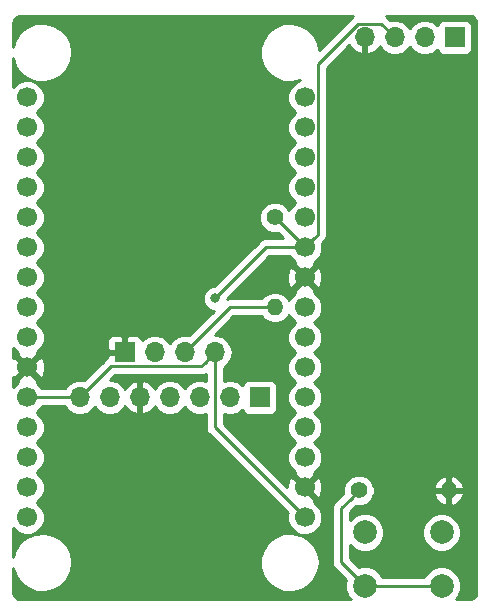
<source format=gbr>
G04 #@! TF.GenerationSoftware,KiCad,Pcbnew,5.0.2-bee76a0~70~ubuntu18.04.1*
G04 #@! TF.CreationDate,2020-05-13T22:21:42-07:00*
G04 #@! TF.ProjectId,pcb,7063622e-6b69-4636-9164-5f7063625858,rev?*
G04 #@! TF.SameCoordinates,Original*
G04 #@! TF.FileFunction,Copper,L1,Top*
G04 #@! TF.FilePolarity,Positive*
%FSLAX46Y46*%
G04 Gerber Fmt 4.6, Leading zero omitted, Abs format (unit mm)*
G04 Created by KiCad (PCBNEW 5.0.2-bee76a0~70~ubuntu18.04.1) date Wed 13 May 2020 10:21:42 PM PDT*
%MOMM*%
%LPD*%
G01*
G04 APERTURE LIST*
G04 #@! TA.AperFunction,ComponentPad*
%ADD10C,1.700000*%
G04 #@! TD*
G04 #@! TA.AperFunction,ComponentPad*
%ADD11O,1.700000X1.700000*%
G04 #@! TD*
G04 #@! TA.AperFunction,ComponentPad*
%ADD12R,1.700000X1.700000*%
G04 #@! TD*
G04 #@! TA.AperFunction,ComponentPad*
%ADD13C,2.000000*%
G04 #@! TD*
G04 #@! TA.AperFunction,ComponentPad*
%ADD14O,1.400000X1.400000*%
G04 #@! TD*
G04 #@! TA.AperFunction,ComponentPad*
%ADD15C,1.400000*%
G04 #@! TD*
G04 #@! TA.AperFunction,ViaPad*
%ADD16C,0.800000*%
G04 #@! TD*
G04 #@! TA.AperFunction,Conductor*
%ADD17C,0.250000*%
G04 #@! TD*
G04 #@! TA.AperFunction,Conductor*
%ADD18C,0.254000*%
G04 #@! TD*
G04 APERTURE END LIST*
D10*
G04 #@! TO.P,U1,30*
G04 #@! TO.N,Net-(U1-Pad30)*
X162560000Y-82550000D03*
G04 #@! TO.P,U1,29*
G04 #@! TO.N,SCL*
X162560000Y-85090000D03*
G04 #@! TO.P,U1,28*
G04 #@! TO.N,SDA*
X162560000Y-87630000D03*
G04 #@! TO.P,U1,27*
G04 #@! TO.N,Net-(U1-Pad27)*
X162560000Y-90170000D03*
G04 #@! TO.P,U1,26*
G04 #@! TO.N,Net-(U1-Pad26)*
X162560000Y-92710000D03*
G04 #@! TO.P,U1,25*
G04 #@! TO.N,3v3*
X162560000Y-95250000D03*
G04 #@! TO.P,U1,24*
G04 #@! TO.N,GND*
X162560000Y-97790000D03*
G04 #@! TO.P,U1,23*
G04 #@! TO.N,Net-(U1-Pad23)*
X162560000Y-100330000D03*
G04 #@! TO.P,U1,22*
G04 #@! TO.N,Net-(U1-Pad22)*
X162560000Y-102870000D03*
G04 #@! TO.P,U1,21*
G04 #@! TO.N,Net-(U1-Pad21)*
X162560000Y-105410000D03*
G04 #@! TO.P,U1,20*
G04 #@! TO.N,Net-(U1-Pad20)*
X162560000Y-107950000D03*
G04 #@! TO.P,U1,19*
G04 #@! TO.N,Net-(U1-Pad19)*
X162560000Y-110490000D03*
G04 #@! TO.P,U1,18*
G04 #@! TO.N,Net-(U1-Pad18)*
X162560000Y-113030000D03*
G04 #@! TO.P,U1,17*
G04 #@! TO.N,GND*
X162560000Y-115570000D03*
G04 #@! TO.P,U1,16*
G04 #@! TO.N,3v3*
X162560000Y-118110000D03*
G04 #@! TO.P,U1,15*
G04 #@! TO.N,Net-(U1-Pad15)*
X139065000Y-118110000D03*
G04 #@! TO.P,U1,14*
G04 #@! TO.N,Net-(U1-Pad14)*
X139065000Y-115570000D03*
G04 #@! TO.P,U1,13*
G04 #@! TO.N,Net-(U1-Pad13)*
X139065000Y-113030000D03*
G04 #@! TO.P,U1,12*
G04 #@! TO.N,Net-(U1-Pad12)*
X139065000Y-110490000D03*
G04 #@! TO.P,U1,11*
G04 #@! TO.N,3v3*
X139065000Y-107950000D03*
G04 #@! TO.P,U1,10*
G04 #@! TO.N,GND*
X139065000Y-105410000D03*
G04 #@! TO.P,U1,9*
G04 #@! TO.N,Net-(U1-Pad9)*
X139065000Y-102870000D03*
G04 #@! TO.P,U1,8*
G04 #@! TO.N,Net-(U1-Pad8)*
X139065000Y-100330000D03*
G04 #@! TO.P,U1,7*
G04 #@! TO.N,Net-(U1-Pad7)*
X139065000Y-97790000D03*
G04 #@! TO.P,U1,6*
G04 #@! TO.N,Net-(U1-Pad6)*
X139065000Y-95250000D03*
G04 #@! TO.P,U1,5*
G04 #@! TO.N,Net-(R2-Pad1)*
X139065000Y-92710000D03*
G04 #@! TO.P,U1,4*
G04 #@! TO.N,Net-(R1-Pad2)*
X139065000Y-90170000D03*
G04 #@! TO.P,U1,3*
G04 #@! TO.N,Net-(U1-Pad3)*
X139065000Y-87630000D03*
G04 #@! TO.P,U1,2*
G04 #@! TO.N,Net-(U1-Pad2)*
X139065000Y-85090000D03*
G04 #@! TO.P,U1,1*
G04 #@! TO.N,Net-(U1-Pad1)*
X139065000Y-82550000D03*
G04 #@! TD*
D11*
G04 #@! TO.P,U3,4*
G04 #@! TO.N,GND*
X167640000Y-77470000D03*
G04 #@! TO.P,U3,3*
G04 #@! TO.N,3v3*
X170180000Y-77470000D03*
G04 #@! TO.P,U3,2*
G04 #@! TO.N,SCL*
X172720000Y-77470000D03*
D12*
G04 #@! TO.P,U3,1*
G04 #@! TO.N,SDA*
X175260000Y-77470000D03*
G04 #@! TD*
D13*
G04 #@! TO.P,SW1,1*
G04 #@! TO.N,3v3*
X174140000Y-119380000D03*
G04 #@! TO.P,SW1,2*
G04 #@! TO.N,Net-(R2-Pad1)*
X174140000Y-123880000D03*
G04 #@! TO.P,SW1,1*
G04 #@! TO.N,3v3*
X167640000Y-119380000D03*
G04 #@! TO.P,SW1,2*
G04 #@! TO.N,Net-(R2-Pad1)*
X167640000Y-123880000D03*
G04 #@! TD*
D14*
G04 #@! TO.P,R2,2*
G04 #@! TO.N,GND*
X174752000Y-115824000D03*
D15*
G04 #@! TO.P,R2,1*
G04 #@! TO.N,Net-(R2-Pad1)*
X167132000Y-115824000D03*
G04 #@! TD*
D11*
G04 #@! TO.P,U4,7*
G04 #@! TO.N,3v3*
X143510000Y-107950000D03*
G04 #@! TO.P,U4,6*
G04 #@! TO.N,Net-(U4-Pad6)*
X146050000Y-107950000D03*
G04 #@! TO.P,U4,5*
G04 #@! TO.N,GND*
X148590000Y-107950000D03*
G04 #@! TO.P,U4,4*
G04 #@! TO.N,Net-(U4-Pad4)*
X151130000Y-107950000D03*
G04 #@! TO.P,U4,3*
G04 #@! TO.N,Net-(U4-Pad3)*
X153670000Y-107950000D03*
G04 #@! TO.P,U4,2*
G04 #@! TO.N,SCL*
X156210000Y-107950000D03*
D12*
G04 #@! TO.P,U4,1*
G04 #@! TO.N,SDA*
X158750000Y-107950000D03*
G04 #@! TD*
D14*
G04 #@! TO.P,R1,2*
G04 #@! TO.N,Net-(R1-Pad2)*
X160020000Y-100330000D03*
D15*
G04 #@! TO.P,R1,1*
G04 #@! TO.N,3v3*
X160020000Y-92710000D03*
G04 #@! TD*
D11*
G04 #@! TO.P,U2,4*
G04 #@! TO.N,3v3*
X154940000Y-104140000D03*
G04 #@! TO.P,U2,3*
G04 #@! TO.N,Net-(R1-Pad2)*
X152400000Y-104140000D03*
G04 #@! TO.P,U2,2*
G04 #@! TO.N,Net-(U2-Pad2)*
X149860000Y-104140000D03*
D12*
G04 #@! TO.P,U2,1*
G04 #@! TO.N,GND*
X147320000Y-104140000D03*
G04 #@! TD*
D16*
G04 #@! TO.N,3v3*
X154940000Y-99568000D03*
G04 #@! TD*
D17*
G04 #@! TO.N,3v3*
X154090001Y-104989999D02*
X154940000Y-104140000D01*
X153764999Y-105315001D02*
X154090001Y-104989999D01*
X146144999Y-105315001D02*
X153764999Y-105315001D01*
X143510000Y-107950000D02*
X146144999Y-105315001D01*
X142307919Y-107950000D02*
X139065000Y-107950000D01*
X143510000Y-107950000D02*
X142307919Y-107950000D01*
X154940000Y-110490000D02*
X162560000Y-118110000D01*
X154940000Y-104140000D02*
X154940000Y-110490000D01*
X160020000Y-92710000D02*
X162560000Y-95250000D01*
X163647001Y-94162999D02*
X163321999Y-94488001D01*
X163647001Y-79723997D02*
X163647001Y-94162999D01*
X163321999Y-94488001D02*
X162560000Y-95250000D01*
X169004999Y-76294999D02*
X167075999Y-76294999D01*
X167075999Y-76294999D02*
X163647001Y-79723997D01*
X170180000Y-77470000D02*
X169004999Y-76294999D01*
X162560000Y-95250000D02*
X159258000Y-95250000D01*
X159258000Y-95250000D02*
X154940000Y-99568000D01*
G04 #@! TO.N,GND*
X140335000Y-104140000D02*
X139065000Y-105410000D01*
X147320000Y-104140000D02*
X140335000Y-104140000D01*
X167640000Y-92710000D02*
X162560000Y-97790000D01*
X167640000Y-77470000D02*
X167640000Y-92710000D01*
G04 #@! TO.N,Net-(R1-Pad2)*
X156210000Y-100330000D02*
X160020000Y-100330000D01*
X152400000Y-104140000D02*
X156210000Y-100330000D01*
G04 #@! TO.N,Net-(R2-Pad1)*
X166432001Y-116523999D02*
X167132000Y-115824000D01*
X165608000Y-117348000D02*
X166432001Y-116523999D01*
X165608000Y-121848000D02*
X165608000Y-117348000D01*
X167640000Y-123880000D02*
X165608000Y-121848000D01*
X169054213Y-123880000D02*
X174140000Y-123880000D01*
X167640000Y-123880000D02*
X169054213Y-123880000D01*
G04 #@! TD*
D18*
G04 #@! TO.N,GND*
G36*
X176717787Y-75684065D02*
X176882920Y-75779405D01*
X177005488Y-75925477D01*
X177069969Y-76102633D01*
X177065000Y-76127613D01*
X177065001Y-124532388D01*
X177065681Y-124535804D01*
X177045935Y-124647787D01*
X176950596Y-124812919D01*
X176804524Y-124935488D01*
X176627366Y-124999968D01*
X176602388Y-124995000D01*
X175337239Y-124995000D01*
X175526086Y-124806153D01*
X175775000Y-124205222D01*
X175775000Y-123554778D01*
X175526086Y-122953847D01*
X175066153Y-122493914D01*
X174465222Y-122245000D01*
X173814778Y-122245000D01*
X173213847Y-122493914D01*
X172753914Y-122953847D01*
X172685091Y-123120000D01*
X169094909Y-123120000D01*
X169026086Y-122953847D01*
X168566153Y-122493914D01*
X167965222Y-122245000D01*
X167314778Y-122245000D01*
X167148625Y-122313823D01*
X166368000Y-121533199D01*
X166368000Y-120420239D01*
X166713847Y-120766086D01*
X167314778Y-121015000D01*
X167965222Y-121015000D01*
X168566153Y-120766086D01*
X169026086Y-120306153D01*
X169275000Y-119705222D01*
X169275000Y-119054778D01*
X172505000Y-119054778D01*
X172505000Y-119705222D01*
X172753914Y-120306153D01*
X173213847Y-120766086D01*
X173814778Y-121015000D01*
X174465222Y-121015000D01*
X175066153Y-120766086D01*
X175526086Y-120306153D01*
X175775000Y-119705222D01*
X175775000Y-119054778D01*
X175526086Y-118453847D01*
X175066153Y-117993914D01*
X174465222Y-117745000D01*
X173814778Y-117745000D01*
X173213847Y-117993914D01*
X172753914Y-118453847D01*
X172505000Y-119054778D01*
X169275000Y-119054778D01*
X169026086Y-118453847D01*
X168566153Y-117993914D01*
X167965222Y-117745000D01*
X167314778Y-117745000D01*
X166713847Y-117993914D01*
X166368000Y-118339761D01*
X166368000Y-117662802D01*
X166871803Y-117159000D01*
X167397548Y-117159000D01*
X167888217Y-116955758D01*
X168263758Y-116580217D01*
X168438924Y-116157329D01*
X173459284Y-116157329D01*
X173602203Y-116502396D01*
X173949337Y-116890764D01*
X174418669Y-117116727D01*
X174625000Y-116994206D01*
X174625000Y-115951000D01*
X174879000Y-115951000D01*
X174879000Y-116994206D01*
X175085331Y-117116727D01*
X175554663Y-116890764D01*
X175901797Y-116502396D01*
X176044716Y-116157329D01*
X175921374Y-115951000D01*
X174879000Y-115951000D01*
X174625000Y-115951000D01*
X173582626Y-115951000D01*
X173459284Y-116157329D01*
X168438924Y-116157329D01*
X168467000Y-116089548D01*
X168467000Y-115558452D01*
X168438925Y-115490671D01*
X173459284Y-115490671D01*
X173582626Y-115697000D01*
X174625000Y-115697000D01*
X174625000Y-114653794D01*
X174879000Y-114653794D01*
X174879000Y-115697000D01*
X175921374Y-115697000D01*
X176044716Y-115490671D01*
X175901797Y-115145604D01*
X175554663Y-114757236D01*
X175085331Y-114531273D01*
X174879000Y-114653794D01*
X174625000Y-114653794D01*
X174418669Y-114531273D01*
X173949337Y-114757236D01*
X173602203Y-115145604D01*
X173459284Y-115490671D01*
X168438925Y-115490671D01*
X168263758Y-115067783D01*
X167888217Y-114692242D01*
X167397548Y-114489000D01*
X166866452Y-114489000D01*
X166375783Y-114692242D01*
X166000242Y-115067783D01*
X165797000Y-115558452D01*
X165797000Y-116084197D01*
X165123527Y-116757671D01*
X165060072Y-116800071D01*
X165017672Y-116863527D01*
X165017671Y-116863528D01*
X164892097Y-117051463D01*
X164833112Y-117348000D01*
X164848001Y-117422852D01*
X164848000Y-121773153D01*
X164833112Y-121848000D01*
X164848000Y-121922847D01*
X164848000Y-121922851D01*
X164892096Y-122144536D01*
X165060071Y-122395929D01*
X165123530Y-122438331D01*
X166073823Y-123388625D01*
X166005000Y-123554778D01*
X166005000Y-124205222D01*
X166253914Y-124806153D01*
X166442761Y-124995000D01*
X138357612Y-124995000D01*
X138354193Y-124995680D01*
X138242213Y-124975935D01*
X138077081Y-124880596D01*
X137954512Y-124734524D01*
X137878445Y-124525532D01*
X137870000Y-124429004D01*
X137870000Y-122379922D01*
X138077588Y-123036309D01*
X138504639Y-123654201D01*
X139094497Y-124119208D01*
X139795010Y-124390216D01*
X140544243Y-124443264D01*
X141275952Y-124273663D01*
X141925446Y-123896407D01*
X142435299Y-123344851D01*
X142760433Y-122667761D01*
X142872102Y-121925000D01*
X142871790Y-121885323D01*
X142748468Y-121144407D01*
X142412739Y-120472507D01*
X141894285Y-119929028D01*
X141238946Y-119562021D01*
X140504663Y-119403934D01*
X139756356Y-119468744D01*
X139060186Y-119750722D01*
X138477705Y-120224936D01*
X138060412Y-120849460D01*
X137870000Y-121486154D01*
X137870000Y-119015107D01*
X138223815Y-119368922D01*
X138769615Y-119595000D01*
X139360385Y-119595000D01*
X139906185Y-119368922D01*
X140323922Y-118951185D01*
X140550000Y-118405385D01*
X140550000Y-117814615D01*
X140323922Y-117268815D01*
X139906185Y-116851078D01*
X139879440Y-116840000D01*
X139906185Y-116828922D01*
X140323922Y-116411185D01*
X140550000Y-115865385D01*
X140550000Y-115274615D01*
X140323922Y-114728815D01*
X139906185Y-114311078D01*
X139879440Y-114300000D01*
X139906185Y-114288922D01*
X140323922Y-113871185D01*
X140550000Y-113325385D01*
X140550000Y-112734615D01*
X140323922Y-112188815D01*
X139906185Y-111771078D01*
X139879440Y-111760000D01*
X139906185Y-111748922D01*
X140323922Y-111331185D01*
X140550000Y-110785385D01*
X140550000Y-110194615D01*
X140323922Y-109648815D01*
X139906185Y-109231078D01*
X139879440Y-109220000D01*
X139906185Y-109208922D01*
X140323922Y-108791185D01*
X140357550Y-108710000D01*
X142231822Y-108710000D01*
X142439375Y-109020625D01*
X142930582Y-109348839D01*
X143363744Y-109435000D01*
X143656256Y-109435000D01*
X144089418Y-109348839D01*
X144580625Y-109020625D01*
X144780000Y-108722239D01*
X144979375Y-109020625D01*
X145470582Y-109348839D01*
X145903744Y-109435000D01*
X146196256Y-109435000D01*
X146629418Y-109348839D01*
X147120625Y-109020625D01*
X147333843Y-108701522D01*
X147394817Y-108831358D01*
X147823076Y-109221645D01*
X148233110Y-109391476D01*
X148463000Y-109270155D01*
X148463000Y-108077000D01*
X148443000Y-108077000D01*
X148443000Y-107823000D01*
X148463000Y-107823000D01*
X148463000Y-106629845D01*
X148233110Y-106508524D01*
X147823076Y-106678355D01*
X147394817Y-107068642D01*
X147333843Y-107198478D01*
X147120625Y-106879375D01*
X146629418Y-106551161D01*
X146196256Y-106465000D01*
X146069803Y-106465000D01*
X146459802Y-106075001D01*
X153690152Y-106075001D01*
X153764999Y-106089889D01*
X153839846Y-106075001D01*
X153839851Y-106075001D01*
X154061536Y-106030905D01*
X154180000Y-105951750D01*
X154180000Y-106537353D01*
X153816256Y-106465000D01*
X153523744Y-106465000D01*
X153090582Y-106551161D01*
X152599375Y-106879375D01*
X152400000Y-107177761D01*
X152200625Y-106879375D01*
X151709418Y-106551161D01*
X151276256Y-106465000D01*
X150983744Y-106465000D01*
X150550582Y-106551161D01*
X150059375Y-106879375D01*
X149846157Y-107198478D01*
X149785183Y-107068642D01*
X149356924Y-106678355D01*
X148946890Y-106508524D01*
X148717000Y-106629845D01*
X148717000Y-107823000D01*
X148737000Y-107823000D01*
X148737000Y-108077000D01*
X148717000Y-108077000D01*
X148717000Y-109270155D01*
X148946890Y-109391476D01*
X149356924Y-109221645D01*
X149785183Y-108831358D01*
X149846157Y-108701522D01*
X150059375Y-109020625D01*
X150550582Y-109348839D01*
X150983744Y-109435000D01*
X151276256Y-109435000D01*
X151709418Y-109348839D01*
X152200625Y-109020625D01*
X152400000Y-108722239D01*
X152599375Y-109020625D01*
X153090582Y-109348839D01*
X153523744Y-109435000D01*
X153816256Y-109435000D01*
X154180001Y-109362647D01*
X154180001Y-110415148D01*
X154165112Y-110490000D01*
X154180001Y-110564852D01*
X154224097Y-110786537D01*
X154392072Y-111037929D01*
X154455528Y-111080329D01*
X161108628Y-117733431D01*
X161075000Y-117814615D01*
X161075000Y-118405385D01*
X161301078Y-118951185D01*
X161718815Y-119368922D01*
X162162136Y-119552552D01*
X161448612Y-119398934D01*
X160700305Y-119463744D01*
X160004135Y-119745722D01*
X159421654Y-120219936D01*
X159004361Y-120844460D01*
X158789150Y-121564076D01*
X158795049Y-122315161D01*
X159021537Y-123031309D01*
X159448588Y-123649201D01*
X160038446Y-124114208D01*
X160738959Y-124385216D01*
X161488192Y-124438264D01*
X162219901Y-124268663D01*
X162869395Y-123891407D01*
X163379248Y-123339851D01*
X163704382Y-122662761D01*
X163816051Y-121920000D01*
X163815739Y-121880323D01*
X163692417Y-121139407D01*
X163356688Y-120467507D01*
X162838234Y-119924028D01*
X162211215Y-119572881D01*
X162264615Y-119595000D01*
X162855385Y-119595000D01*
X163401185Y-119368922D01*
X163818922Y-118951185D01*
X164045000Y-118405385D01*
X164045000Y-117814615D01*
X163818922Y-117268815D01*
X163401185Y-116851078D01*
X163354753Y-116831845D01*
X163424353Y-116613958D01*
X162560000Y-115749605D01*
X162545858Y-115763748D01*
X162366253Y-115584143D01*
X162380395Y-115570000D01*
X162739605Y-115570000D01*
X163603958Y-116434353D01*
X163855259Y-116354080D01*
X164056718Y-115798721D01*
X164030315Y-115208542D01*
X163855259Y-114785920D01*
X163603958Y-114705647D01*
X162739605Y-115570000D01*
X162380395Y-115570000D01*
X161516042Y-114705647D01*
X161264741Y-114785920D01*
X161063282Y-115341279D01*
X161072517Y-115547715D01*
X155700000Y-110175199D01*
X155700000Y-109362647D01*
X156063744Y-109435000D01*
X156356256Y-109435000D01*
X156789418Y-109348839D01*
X157280625Y-109020625D01*
X157292816Y-109002381D01*
X157301843Y-109047765D01*
X157442191Y-109257809D01*
X157652235Y-109398157D01*
X157900000Y-109447440D01*
X159600000Y-109447440D01*
X159847765Y-109398157D01*
X160057809Y-109257809D01*
X160198157Y-109047765D01*
X160247440Y-108800000D01*
X160247440Y-107100000D01*
X160198157Y-106852235D01*
X160057809Y-106642191D01*
X159847765Y-106501843D01*
X159600000Y-106452560D01*
X157900000Y-106452560D01*
X157652235Y-106501843D01*
X157442191Y-106642191D01*
X157301843Y-106852235D01*
X157292816Y-106897619D01*
X157280625Y-106879375D01*
X156789418Y-106551161D01*
X156356256Y-106465000D01*
X156063744Y-106465000D01*
X155700000Y-106537353D01*
X155700000Y-105418178D01*
X156010625Y-105210625D01*
X156338839Y-104719418D01*
X156454092Y-104140000D01*
X156338839Y-103560582D01*
X156010625Y-103069375D01*
X155519418Y-102741161D01*
X155086256Y-102655000D01*
X154959802Y-102655000D01*
X156524802Y-101090000D01*
X158922226Y-101090000D01*
X159057519Y-101292481D01*
X159499109Y-101587542D01*
X159888515Y-101665000D01*
X160151485Y-101665000D01*
X160540891Y-101587542D01*
X160982481Y-101292481D01*
X161210172Y-100951718D01*
X161301078Y-101171185D01*
X161718815Y-101588922D01*
X161745560Y-101600000D01*
X161718815Y-101611078D01*
X161301078Y-102028815D01*
X161075000Y-102574615D01*
X161075000Y-103165385D01*
X161301078Y-103711185D01*
X161718815Y-104128922D01*
X161745560Y-104140000D01*
X161718815Y-104151078D01*
X161301078Y-104568815D01*
X161075000Y-105114615D01*
X161075000Y-105705385D01*
X161301078Y-106251185D01*
X161718815Y-106668922D01*
X161745560Y-106680000D01*
X161718815Y-106691078D01*
X161301078Y-107108815D01*
X161075000Y-107654615D01*
X161075000Y-108245385D01*
X161301078Y-108791185D01*
X161718815Y-109208922D01*
X161745560Y-109220000D01*
X161718815Y-109231078D01*
X161301078Y-109648815D01*
X161075000Y-110194615D01*
X161075000Y-110785385D01*
X161301078Y-111331185D01*
X161718815Y-111748922D01*
X161745560Y-111760000D01*
X161718815Y-111771078D01*
X161301078Y-112188815D01*
X161075000Y-112734615D01*
X161075000Y-113325385D01*
X161301078Y-113871185D01*
X161718815Y-114288922D01*
X161765247Y-114308155D01*
X161695647Y-114526042D01*
X162560000Y-115390395D01*
X163424353Y-114526042D01*
X163354753Y-114308155D01*
X163401185Y-114288922D01*
X163818922Y-113871185D01*
X164045000Y-113325385D01*
X164045000Y-112734615D01*
X163818922Y-112188815D01*
X163401185Y-111771078D01*
X163374440Y-111760000D01*
X163401185Y-111748922D01*
X163818922Y-111331185D01*
X164045000Y-110785385D01*
X164045000Y-110194615D01*
X163818922Y-109648815D01*
X163401185Y-109231078D01*
X163374440Y-109220000D01*
X163401185Y-109208922D01*
X163818922Y-108791185D01*
X164045000Y-108245385D01*
X164045000Y-107654615D01*
X163818922Y-107108815D01*
X163401185Y-106691078D01*
X163374440Y-106680000D01*
X163401185Y-106668922D01*
X163818922Y-106251185D01*
X164045000Y-105705385D01*
X164045000Y-105114615D01*
X163818922Y-104568815D01*
X163401185Y-104151078D01*
X163374440Y-104140000D01*
X163401185Y-104128922D01*
X163818922Y-103711185D01*
X164045000Y-103165385D01*
X164045000Y-102574615D01*
X163818922Y-102028815D01*
X163401185Y-101611078D01*
X163374440Y-101600000D01*
X163401185Y-101588922D01*
X163818922Y-101171185D01*
X164045000Y-100625385D01*
X164045000Y-100034615D01*
X163818922Y-99488815D01*
X163401185Y-99071078D01*
X163354753Y-99051845D01*
X163424353Y-98833958D01*
X162560000Y-97969605D01*
X161695647Y-98833958D01*
X161765247Y-99051845D01*
X161718815Y-99071078D01*
X161301078Y-99488815D01*
X161210172Y-99708282D01*
X160982481Y-99367519D01*
X160540891Y-99072458D01*
X160151485Y-98995000D01*
X159888515Y-98995000D01*
X159499109Y-99072458D01*
X159057519Y-99367519D01*
X158922226Y-99570000D01*
X156284848Y-99570000D01*
X156210000Y-99555112D01*
X156135152Y-99570000D01*
X156135148Y-99570000D01*
X155982422Y-99600379D01*
X158021522Y-97561279D01*
X161063282Y-97561279D01*
X161089685Y-98151458D01*
X161264741Y-98574080D01*
X161516042Y-98654353D01*
X162380395Y-97790000D01*
X162739605Y-97790000D01*
X163603958Y-98654353D01*
X163855259Y-98574080D01*
X164056718Y-98018721D01*
X164030315Y-97428542D01*
X163855259Y-97005920D01*
X163603958Y-96925647D01*
X162739605Y-97790000D01*
X162380395Y-97790000D01*
X161516042Y-96925647D01*
X161264741Y-97005920D01*
X161063282Y-97561279D01*
X158021522Y-97561279D01*
X159572802Y-96010000D01*
X161267450Y-96010000D01*
X161301078Y-96091185D01*
X161718815Y-96508922D01*
X161765247Y-96528155D01*
X161695647Y-96746042D01*
X162560000Y-97610395D01*
X163424353Y-96746042D01*
X163354753Y-96528155D01*
X163401185Y-96508922D01*
X163818922Y-96091185D01*
X164045000Y-95545385D01*
X164045000Y-94954615D01*
X164011372Y-94873429D01*
X164131471Y-94753330D01*
X164194930Y-94710928D01*
X164362905Y-94459536D01*
X164407001Y-94237851D01*
X164407001Y-94237847D01*
X164421889Y-94163000D01*
X164407001Y-94088153D01*
X164407001Y-80038798D01*
X166332853Y-78112947D01*
X166444817Y-78351358D01*
X166873076Y-78741645D01*
X167283110Y-78911476D01*
X167513000Y-78790155D01*
X167513000Y-77597000D01*
X167493000Y-77597000D01*
X167493000Y-77343000D01*
X167513000Y-77343000D01*
X167513000Y-77323000D01*
X167767000Y-77323000D01*
X167767000Y-77343000D01*
X167787000Y-77343000D01*
X167787000Y-77597000D01*
X167767000Y-77597000D01*
X167767000Y-78790155D01*
X167996890Y-78911476D01*
X168406924Y-78741645D01*
X168835183Y-78351358D01*
X168896157Y-78221522D01*
X169109375Y-78540625D01*
X169600582Y-78868839D01*
X170033744Y-78955000D01*
X170326256Y-78955000D01*
X170759418Y-78868839D01*
X171250625Y-78540625D01*
X171450000Y-78242239D01*
X171649375Y-78540625D01*
X172140582Y-78868839D01*
X172573744Y-78955000D01*
X172866256Y-78955000D01*
X173299418Y-78868839D01*
X173790625Y-78540625D01*
X173802816Y-78522381D01*
X173811843Y-78567765D01*
X173952191Y-78777809D01*
X174162235Y-78918157D01*
X174410000Y-78967440D01*
X176110000Y-78967440D01*
X176357765Y-78918157D01*
X176567809Y-78777809D01*
X176708157Y-78567765D01*
X176757440Y-78320000D01*
X176757440Y-76620000D01*
X176708157Y-76372235D01*
X176567809Y-76162191D01*
X176357765Y-76021843D01*
X176110000Y-75972560D01*
X174410000Y-75972560D01*
X174162235Y-76021843D01*
X173952191Y-76162191D01*
X173811843Y-76372235D01*
X173802816Y-76417619D01*
X173790625Y-76399375D01*
X173299418Y-76071161D01*
X172866256Y-75985000D01*
X172573744Y-75985000D01*
X172140582Y-76071161D01*
X171649375Y-76399375D01*
X171450000Y-76697761D01*
X171250625Y-76399375D01*
X170759418Y-76071161D01*
X170326256Y-75985000D01*
X170033744Y-75985000D01*
X169813592Y-76028791D01*
X169595330Y-75810529D01*
X169552928Y-75747070D01*
X169430102Y-75665000D01*
X176602388Y-75665000D01*
X176605807Y-75664320D01*
X176717787Y-75684065D01*
X176717787Y-75684065D01*
G37*
X176717787Y-75684065D02*
X176882920Y-75779405D01*
X177005488Y-75925477D01*
X177069969Y-76102633D01*
X177065000Y-76127613D01*
X177065001Y-124532388D01*
X177065681Y-124535804D01*
X177045935Y-124647787D01*
X176950596Y-124812919D01*
X176804524Y-124935488D01*
X176627366Y-124999968D01*
X176602388Y-124995000D01*
X175337239Y-124995000D01*
X175526086Y-124806153D01*
X175775000Y-124205222D01*
X175775000Y-123554778D01*
X175526086Y-122953847D01*
X175066153Y-122493914D01*
X174465222Y-122245000D01*
X173814778Y-122245000D01*
X173213847Y-122493914D01*
X172753914Y-122953847D01*
X172685091Y-123120000D01*
X169094909Y-123120000D01*
X169026086Y-122953847D01*
X168566153Y-122493914D01*
X167965222Y-122245000D01*
X167314778Y-122245000D01*
X167148625Y-122313823D01*
X166368000Y-121533199D01*
X166368000Y-120420239D01*
X166713847Y-120766086D01*
X167314778Y-121015000D01*
X167965222Y-121015000D01*
X168566153Y-120766086D01*
X169026086Y-120306153D01*
X169275000Y-119705222D01*
X169275000Y-119054778D01*
X172505000Y-119054778D01*
X172505000Y-119705222D01*
X172753914Y-120306153D01*
X173213847Y-120766086D01*
X173814778Y-121015000D01*
X174465222Y-121015000D01*
X175066153Y-120766086D01*
X175526086Y-120306153D01*
X175775000Y-119705222D01*
X175775000Y-119054778D01*
X175526086Y-118453847D01*
X175066153Y-117993914D01*
X174465222Y-117745000D01*
X173814778Y-117745000D01*
X173213847Y-117993914D01*
X172753914Y-118453847D01*
X172505000Y-119054778D01*
X169275000Y-119054778D01*
X169026086Y-118453847D01*
X168566153Y-117993914D01*
X167965222Y-117745000D01*
X167314778Y-117745000D01*
X166713847Y-117993914D01*
X166368000Y-118339761D01*
X166368000Y-117662802D01*
X166871803Y-117159000D01*
X167397548Y-117159000D01*
X167888217Y-116955758D01*
X168263758Y-116580217D01*
X168438924Y-116157329D01*
X173459284Y-116157329D01*
X173602203Y-116502396D01*
X173949337Y-116890764D01*
X174418669Y-117116727D01*
X174625000Y-116994206D01*
X174625000Y-115951000D01*
X174879000Y-115951000D01*
X174879000Y-116994206D01*
X175085331Y-117116727D01*
X175554663Y-116890764D01*
X175901797Y-116502396D01*
X176044716Y-116157329D01*
X175921374Y-115951000D01*
X174879000Y-115951000D01*
X174625000Y-115951000D01*
X173582626Y-115951000D01*
X173459284Y-116157329D01*
X168438924Y-116157329D01*
X168467000Y-116089548D01*
X168467000Y-115558452D01*
X168438925Y-115490671D01*
X173459284Y-115490671D01*
X173582626Y-115697000D01*
X174625000Y-115697000D01*
X174625000Y-114653794D01*
X174879000Y-114653794D01*
X174879000Y-115697000D01*
X175921374Y-115697000D01*
X176044716Y-115490671D01*
X175901797Y-115145604D01*
X175554663Y-114757236D01*
X175085331Y-114531273D01*
X174879000Y-114653794D01*
X174625000Y-114653794D01*
X174418669Y-114531273D01*
X173949337Y-114757236D01*
X173602203Y-115145604D01*
X173459284Y-115490671D01*
X168438925Y-115490671D01*
X168263758Y-115067783D01*
X167888217Y-114692242D01*
X167397548Y-114489000D01*
X166866452Y-114489000D01*
X166375783Y-114692242D01*
X166000242Y-115067783D01*
X165797000Y-115558452D01*
X165797000Y-116084197D01*
X165123527Y-116757671D01*
X165060072Y-116800071D01*
X165017672Y-116863527D01*
X165017671Y-116863528D01*
X164892097Y-117051463D01*
X164833112Y-117348000D01*
X164848001Y-117422852D01*
X164848000Y-121773153D01*
X164833112Y-121848000D01*
X164848000Y-121922847D01*
X164848000Y-121922851D01*
X164892096Y-122144536D01*
X165060071Y-122395929D01*
X165123530Y-122438331D01*
X166073823Y-123388625D01*
X166005000Y-123554778D01*
X166005000Y-124205222D01*
X166253914Y-124806153D01*
X166442761Y-124995000D01*
X138357612Y-124995000D01*
X138354193Y-124995680D01*
X138242213Y-124975935D01*
X138077081Y-124880596D01*
X137954512Y-124734524D01*
X137878445Y-124525532D01*
X137870000Y-124429004D01*
X137870000Y-122379922D01*
X138077588Y-123036309D01*
X138504639Y-123654201D01*
X139094497Y-124119208D01*
X139795010Y-124390216D01*
X140544243Y-124443264D01*
X141275952Y-124273663D01*
X141925446Y-123896407D01*
X142435299Y-123344851D01*
X142760433Y-122667761D01*
X142872102Y-121925000D01*
X142871790Y-121885323D01*
X142748468Y-121144407D01*
X142412739Y-120472507D01*
X141894285Y-119929028D01*
X141238946Y-119562021D01*
X140504663Y-119403934D01*
X139756356Y-119468744D01*
X139060186Y-119750722D01*
X138477705Y-120224936D01*
X138060412Y-120849460D01*
X137870000Y-121486154D01*
X137870000Y-119015107D01*
X138223815Y-119368922D01*
X138769615Y-119595000D01*
X139360385Y-119595000D01*
X139906185Y-119368922D01*
X140323922Y-118951185D01*
X140550000Y-118405385D01*
X140550000Y-117814615D01*
X140323922Y-117268815D01*
X139906185Y-116851078D01*
X139879440Y-116840000D01*
X139906185Y-116828922D01*
X140323922Y-116411185D01*
X140550000Y-115865385D01*
X140550000Y-115274615D01*
X140323922Y-114728815D01*
X139906185Y-114311078D01*
X139879440Y-114300000D01*
X139906185Y-114288922D01*
X140323922Y-113871185D01*
X140550000Y-113325385D01*
X140550000Y-112734615D01*
X140323922Y-112188815D01*
X139906185Y-111771078D01*
X139879440Y-111760000D01*
X139906185Y-111748922D01*
X140323922Y-111331185D01*
X140550000Y-110785385D01*
X140550000Y-110194615D01*
X140323922Y-109648815D01*
X139906185Y-109231078D01*
X139879440Y-109220000D01*
X139906185Y-109208922D01*
X140323922Y-108791185D01*
X140357550Y-108710000D01*
X142231822Y-108710000D01*
X142439375Y-109020625D01*
X142930582Y-109348839D01*
X143363744Y-109435000D01*
X143656256Y-109435000D01*
X144089418Y-109348839D01*
X144580625Y-109020625D01*
X144780000Y-108722239D01*
X144979375Y-109020625D01*
X145470582Y-109348839D01*
X145903744Y-109435000D01*
X146196256Y-109435000D01*
X146629418Y-109348839D01*
X147120625Y-109020625D01*
X147333843Y-108701522D01*
X147394817Y-108831358D01*
X147823076Y-109221645D01*
X148233110Y-109391476D01*
X148463000Y-109270155D01*
X148463000Y-108077000D01*
X148443000Y-108077000D01*
X148443000Y-107823000D01*
X148463000Y-107823000D01*
X148463000Y-106629845D01*
X148233110Y-106508524D01*
X147823076Y-106678355D01*
X147394817Y-107068642D01*
X147333843Y-107198478D01*
X147120625Y-106879375D01*
X146629418Y-106551161D01*
X146196256Y-106465000D01*
X146069803Y-106465000D01*
X146459802Y-106075001D01*
X153690152Y-106075001D01*
X153764999Y-106089889D01*
X153839846Y-106075001D01*
X153839851Y-106075001D01*
X154061536Y-106030905D01*
X154180000Y-105951750D01*
X154180000Y-106537353D01*
X153816256Y-106465000D01*
X153523744Y-106465000D01*
X153090582Y-106551161D01*
X152599375Y-106879375D01*
X152400000Y-107177761D01*
X152200625Y-106879375D01*
X151709418Y-106551161D01*
X151276256Y-106465000D01*
X150983744Y-106465000D01*
X150550582Y-106551161D01*
X150059375Y-106879375D01*
X149846157Y-107198478D01*
X149785183Y-107068642D01*
X149356924Y-106678355D01*
X148946890Y-106508524D01*
X148717000Y-106629845D01*
X148717000Y-107823000D01*
X148737000Y-107823000D01*
X148737000Y-108077000D01*
X148717000Y-108077000D01*
X148717000Y-109270155D01*
X148946890Y-109391476D01*
X149356924Y-109221645D01*
X149785183Y-108831358D01*
X149846157Y-108701522D01*
X150059375Y-109020625D01*
X150550582Y-109348839D01*
X150983744Y-109435000D01*
X151276256Y-109435000D01*
X151709418Y-109348839D01*
X152200625Y-109020625D01*
X152400000Y-108722239D01*
X152599375Y-109020625D01*
X153090582Y-109348839D01*
X153523744Y-109435000D01*
X153816256Y-109435000D01*
X154180001Y-109362647D01*
X154180001Y-110415148D01*
X154165112Y-110490000D01*
X154180001Y-110564852D01*
X154224097Y-110786537D01*
X154392072Y-111037929D01*
X154455528Y-111080329D01*
X161108628Y-117733431D01*
X161075000Y-117814615D01*
X161075000Y-118405385D01*
X161301078Y-118951185D01*
X161718815Y-119368922D01*
X162162136Y-119552552D01*
X161448612Y-119398934D01*
X160700305Y-119463744D01*
X160004135Y-119745722D01*
X159421654Y-120219936D01*
X159004361Y-120844460D01*
X158789150Y-121564076D01*
X158795049Y-122315161D01*
X159021537Y-123031309D01*
X159448588Y-123649201D01*
X160038446Y-124114208D01*
X160738959Y-124385216D01*
X161488192Y-124438264D01*
X162219901Y-124268663D01*
X162869395Y-123891407D01*
X163379248Y-123339851D01*
X163704382Y-122662761D01*
X163816051Y-121920000D01*
X163815739Y-121880323D01*
X163692417Y-121139407D01*
X163356688Y-120467507D01*
X162838234Y-119924028D01*
X162211215Y-119572881D01*
X162264615Y-119595000D01*
X162855385Y-119595000D01*
X163401185Y-119368922D01*
X163818922Y-118951185D01*
X164045000Y-118405385D01*
X164045000Y-117814615D01*
X163818922Y-117268815D01*
X163401185Y-116851078D01*
X163354753Y-116831845D01*
X163424353Y-116613958D01*
X162560000Y-115749605D01*
X162545858Y-115763748D01*
X162366253Y-115584143D01*
X162380395Y-115570000D01*
X162739605Y-115570000D01*
X163603958Y-116434353D01*
X163855259Y-116354080D01*
X164056718Y-115798721D01*
X164030315Y-115208542D01*
X163855259Y-114785920D01*
X163603958Y-114705647D01*
X162739605Y-115570000D01*
X162380395Y-115570000D01*
X161516042Y-114705647D01*
X161264741Y-114785920D01*
X161063282Y-115341279D01*
X161072517Y-115547715D01*
X155700000Y-110175199D01*
X155700000Y-109362647D01*
X156063744Y-109435000D01*
X156356256Y-109435000D01*
X156789418Y-109348839D01*
X157280625Y-109020625D01*
X157292816Y-109002381D01*
X157301843Y-109047765D01*
X157442191Y-109257809D01*
X157652235Y-109398157D01*
X157900000Y-109447440D01*
X159600000Y-109447440D01*
X159847765Y-109398157D01*
X160057809Y-109257809D01*
X160198157Y-109047765D01*
X160247440Y-108800000D01*
X160247440Y-107100000D01*
X160198157Y-106852235D01*
X160057809Y-106642191D01*
X159847765Y-106501843D01*
X159600000Y-106452560D01*
X157900000Y-106452560D01*
X157652235Y-106501843D01*
X157442191Y-106642191D01*
X157301843Y-106852235D01*
X157292816Y-106897619D01*
X157280625Y-106879375D01*
X156789418Y-106551161D01*
X156356256Y-106465000D01*
X156063744Y-106465000D01*
X155700000Y-106537353D01*
X155700000Y-105418178D01*
X156010625Y-105210625D01*
X156338839Y-104719418D01*
X156454092Y-104140000D01*
X156338839Y-103560582D01*
X156010625Y-103069375D01*
X155519418Y-102741161D01*
X155086256Y-102655000D01*
X154959802Y-102655000D01*
X156524802Y-101090000D01*
X158922226Y-101090000D01*
X159057519Y-101292481D01*
X159499109Y-101587542D01*
X159888515Y-101665000D01*
X160151485Y-101665000D01*
X160540891Y-101587542D01*
X160982481Y-101292481D01*
X161210172Y-100951718D01*
X161301078Y-101171185D01*
X161718815Y-101588922D01*
X161745560Y-101600000D01*
X161718815Y-101611078D01*
X161301078Y-102028815D01*
X161075000Y-102574615D01*
X161075000Y-103165385D01*
X161301078Y-103711185D01*
X161718815Y-104128922D01*
X161745560Y-104140000D01*
X161718815Y-104151078D01*
X161301078Y-104568815D01*
X161075000Y-105114615D01*
X161075000Y-105705385D01*
X161301078Y-106251185D01*
X161718815Y-106668922D01*
X161745560Y-106680000D01*
X161718815Y-106691078D01*
X161301078Y-107108815D01*
X161075000Y-107654615D01*
X161075000Y-108245385D01*
X161301078Y-108791185D01*
X161718815Y-109208922D01*
X161745560Y-109220000D01*
X161718815Y-109231078D01*
X161301078Y-109648815D01*
X161075000Y-110194615D01*
X161075000Y-110785385D01*
X161301078Y-111331185D01*
X161718815Y-111748922D01*
X161745560Y-111760000D01*
X161718815Y-111771078D01*
X161301078Y-112188815D01*
X161075000Y-112734615D01*
X161075000Y-113325385D01*
X161301078Y-113871185D01*
X161718815Y-114288922D01*
X161765247Y-114308155D01*
X161695647Y-114526042D01*
X162560000Y-115390395D01*
X163424353Y-114526042D01*
X163354753Y-114308155D01*
X163401185Y-114288922D01*
X163818922Y-113871185D01*
X164045000Y-113325385D01*
X164045000Y-112734615D01*
X163818922Y-112188815D01*
X163401185Y-111771078D01*
X163374440Y-111760000D01*
X163401185Y-111748922D01*
X163818922Y-111331185D01*
X164045000Y-110785385D01*
X164045000Y-110194615D01*
X163818922Y-109648815D01*
X163401185Y-109231078D01*
X163374440Y-109220000D01*
X163401185Y-109208922D01*
X163818922Y-108791185D01*
X164045000Y-108245385D01*
X164045000Y-107654615D01*
X163818922Y-107108815D01*
X163401185Y-106691078D01*
X163374440Y-106680000D01*
X163401185Y-106668922D01*
X163818922Y-106251185D01*
X164045000Y-105705385D01*
X164045000Y-105114615D01*
X163818922Y-104568815D01*
X163401185Y-104151078D01*
X163374440Y-104140000D01*
X163401185Y-104128922D01*
X163818922Y-103711185D01*
X164045000Y-103165385D01*
X164045000Y-102574615D01*
X163818922Y-102028815D01*
X163401185Y-101611078D01*
X163374440Y-101600000D01*
X163401185Y-101588922D01*
X163818922Y-101171185D01*
X164045000Y-100625385D01*
X164045000Y-100034615D01*
X163818922Y-99488815D01*
X163401185Y-99071078D01*
X163354753Y-99051845D01*
X163424353Y-98833958D01*
X162560000Y-97969605D01*
X161695647Y-98833958D01*
X161765247Y-99051845D01*
X161718815Y-99071078D01*
X161301078Y-99488815D01*
X161210172Y-99708282D01*
X160982481Y-99367519D01*
X160540891Y-99072458D01*
X160151485Y-98995000D01*
X159888515Y-98995000D01*
X159499109Y-99072458D01*
X159057519Y-99367519D01*
X158922226Y-99570000D01*
X156284848Y-99570000D01*
X156210000Y-99555112D01*
X156135152Y-99570000D01*
X156135148Y-99570000D01*
X155982422Y-99600379D01*
X158021522Y-97561279D01*
X161063282Y-97561279D01*
X161089685Y-98151458D01*
X161264741Y-98574080D01*
X161516042Y-98654353D01*
X162380395Y-97790000D01*
X162739605Y-97790000D01*
X163603958Y-98654353D01*
X163855259Y-98574080D01*
X164056718Y-98018721D01*
X164030315Y-97428542D01*
X163855259Y-97005920D01*
X163603958Y-96925647D01*
X162739605Y-97790000D01*
X162380395Y-97790000D01*
X161516042Y-96925647D01*
X161264741Y-97005920D01*
X161063282Y-97561279D01*
X158021522Y-97561279D01*
X159572802Y-96010000D01*
X161267450Y-96010000D01*
X161301078Y-96091185D01*
X161718815Y-96508922D01*
X161765247Y-96528155D01*
X161695647Y-96746042D01*
X162560000Y-97610395D01*
X163424353Y-96746042D01*
X163354753Y-96528155D01*
X163401185Y-96508922D01*
X163818922Y-96091185D01*
X164045000Y-95545385D01*
X164045000Y-94954615D01*
X164011372Y-94873429D01*
X164131471Y-94753330D01*
X164194930Y-94710928D01*
X164362905Y-94459536D01*
X164407001Y-94237851D01*
X164407001Y-94237847D01*
X164421889Y-94163000D01*
X164407001Y-94088153D01*
X164407001Y-80038798D01*
X166332853Y-78112947D01*
X166444817Y-78351358D01*
X166873076Y-78741645D01*
X167283110Y-78911476D01*
X167513000Y-78790155D01*
X167513000Y-77597000D01*
X167493000Y-77597000D01*
X167493000Y-77343000D01*
X167513000Y-77343000D01*
X167513000Y-77323000D01*
X167767000Y-77323000D01*
X167767000Y-77343000D01*
X167787000Y-77343000D01*
X167787000Y-77597000D01*
X167767000Y-77597000D01*
X167767000Y-78790155D01*
X167996890Y-78911476D01*
X168406924Y-78741645D01*
X168835183Y-78351358D01*
X168896157Y-78221522D01*
X169109375Y-78540625D01*
X169600582Y-78868839D01*
X170033744Y-78955000D01*
X170326256Y-78955000D01*
X170759418Y-78868839D01*
X171250625Y-78540625D01*
X171450000Y-78242239D01*
X171649375Y-78540625D01*
X172140582Y-78868839D01*
X172573744Y-78955000D01*
X172866256Y-78955000D01*
X173299418Y-78868839D01*
X173790625Y-78540625D01*
X173802816Y-78522381D01*
X173811843Y-78567765D01*
X173952191Y-78777809D01*
X174162235Y-78918157D01*
X174410000Y-78967440D01*
X176110000Y-78967440D01*
X176357765Y-78918157D01*
X176567809Y-78777809D01*
X176708157Y-78567765D01*
X176757440Y-78320000D01*
X176757440Y-76620000D01*
X176708157Y-76372235D01*
X176567809Y-76162191D01*
X176357765Y-76021843D01*
X176110000Y-75972560D01*
X174410000Y-75972560D01*
X174162235Y-76021843D01*
X173952191Y-76162191D01*
X173811843Y-76372235D01*
X173802816Y-76417619D01*
X173790625Y-76399375D01*
X173299418Y-76071161D01*
X172866256Y-75985000D01*
X172573744Y-75985000D01*
X172140582Y-76071161D01*
X171649375Y-76399375D01*
X171450000Y-76697761D01*
X171250625Y-76399375D01*
X170759418Y-76071161D01*
X170326256Y-75985000D01*
X170033744Y-75985000D01*
X169813592Y-76028791D01*
X169595330Y-75810529D01*
X169552928Y-75747070D01*
X169430102Y-75665000D01*
X176602388Y-75665000D01*
X176605807Y-75664320D01*
X176717787Y-75684065D01*
G36*
X138357612Y-75665000D02*
X166650896Y-75665000D01*
X166591525Y-75704670D01*
X166591523Y-75704672D01*
X166528070Y-75747070D01*
X166485672Y-75810523D01*
X163784365Y-78511831D01*
X163692417Y-77959407D01*
X163356688Y-77287507D01*
X162838234Y-76744028D01*
X162182895Y-76377021D01*
X161448612Y-76218934D01*
X160700305Y-76283744D01*
X160004135Y-76565722D01*
X159421654Y-77039936D01*
X159004361Y-77664460D01*
X158789150Y-78384076D01*
X158795049Y-79135161D01*
X159021537Y-79851309D01*
X159448588Y-80469201D01*
X160038446Y-80934208D01*
X160738959Y-81205216D01*
X161488192Y-81258264D01*
X162191715Y-81095196D01*
X161718815Y-81291078D01*
X161301078Y-81708815D01*
X161075000Y-82254615D01*
X161075000Y-82845385D01*
X161301078Y-83391185D01*
X161718815Y-83808922D01*
X161745560Y-83820000D01*
X161718815Y-83831078D01*
X161301078Y-84248815D01*
X161075000Y-84794615D01*
X161075000Y-85385385D01*
X161301078Y-85931185D01*
X161718815Y-86348922D01*
X161745560Y-86360000D01*
X161718815Y-86371078D01*
X161301078Y-86788815D01*
X161075000Y-87334615D01*
X161075000Y-87925385D01*
X161301078Y-88471185D01*
X161718815Y-88888922D01*
X161745560Y-88900000D01*
X161718815Y-88911078D01*
X161301078Y-89328815D01*
X161075000Y-89874615D01*
X161075000Y-90465385D01*
X161301078Y-91011185D01*
X161718815Y-91428922D01*
X161745560Y-91440000D01*
X161718815Y-91451078D01*
X161301078Y-91868815D01*
X161208821Y-92091544D01*
X161151758Y-91953783D01*
X160776217Y-91578242D01*
X160285548Y-91375000D01*
X159754452Y-91375000D01*
X159263783Y-91578242D01*
X158888242Y-91953783D01*
X158685000Y-92444452D01*
X158685000Y-92975548D01*
X158888242Y-93466217D01*
X159263783Y-93841758D01*
X159754452Y-94045000D01*
X160280198Y-94045000D01*
X160725198Y-94490000D01*
X159332846Y-94490000D01*
X159257999Y-94475112D01*
X159183152Y-94490000D01*
X159183148Y-94490000D01*
X158961463Y-94534096D01*
X158710071Y-94702071D01*
X158667672Y-94765526D01*
X154900199Y-98533000D01*
X154734126Y-98533000D01*
X154353720Y-98690569D01*
X154062569Y-98981720D01*
X153905000Y-99362126D01*
X153905000Y-99773874D01*
X154062569Y-100154280D01*
X154353720Y-100445431D01*
X154734126Y-100603000D01*
X154862198Y-100603000D01*
X152766408Y-102698791D01*
X152546256Y-102655000D01*
X152253744Y-102655000D01*
X151820582Y-102741161D01*
X151329375Y-103069375D01*
X151130000Y-103367761D01*
X150930625Y-103069375D01*
X150439418Y-102741161D01*
X150006256Y-102655000D01*
X149713744Y-102655000D01*
X149280582Y-102741161D01*
X148789375Y-103069375D01*
X148774904Y-103091033D01*
X148708327Y-102930302D01*
X148529699Y-102751673D01*
X148296310Y-102655000D01*
X147605750Y-102655000D01*
X147447000Y-102813750D01*
X147447000Y-104013000D01*
X147467000Y-104013000D01*
X147467000Y-104267000D01*
X147447000Y-104267000D01*
X147447000Y-104287000D01*
X147193000Y-104287000D01*
X147193000Y-104267000D01*
X145993750Y-104267000D01*
X145835000Y-104425750D01*
X145835000Y-104608092D01*
X145660525Y-104724672D01*
X145660523Y-104724674D01*
X145597070Y-104767072D01*
X145554672Y-104830525D01*
X143876408Y-106508791D01*
X143656256Y-106465000D01*
X143363744Y-106465000D01*
X142930582Y-106551161D01*
X142439375Y-106879375D01*
X142231822Y-107190000D01*
X140357550Y-107190000D01*
X140323922Y-107108815D01*
X139906185Y-106691078D01*
X139859753Y-106671845D01*
X139929353Y-106453958D01*
X139065000Y-105589605D01*
X138200647Y-106453958D01*
X138270247Y-106671845D01*
X138223815Y-106691078D01*
X137870000Y-107044893D01*
X137870000Y-106226106D01*
X138021042Y-106274353D01*
X138885395Y-105410000D01*
X139244605Y-105410000D01*
X140108958Y-106274353D01*
X140360259Y-106194080D01*
X140561718Y-105638721D01*
X140535315Y-105048542D01*
X140360259Y-104625920D01*
X140108958Y-104545647D01*
X139244605Y-105410000D01*
X138885395Y-105410000D01*
X138021042Y-104545647D01*
X137870000Y-104593894D01*
X137870000Y-103775107D01*
X138223815Y-104128922D01*
X138270247Y-104148155D01*
X138200647Y-104366042D01*
X139065000Y-105230395D01*
X139929353Y-104366042D01*
X139859753Y-104148155D01*
X139906185Y-104128922D01*
X140323922Y-103711185D01*
X140550000Y-103165385D01*
X140550000Y-103163691D01*
X145835000Y-103163691D01*
X145835000Y-103854250D01*
X145993750Y-104013000D01*
X147193000Y-104013000D01*
X147193000Y-102813750D01*
X147034250Y-102655000D01*
X146343690Y-102655000D01*
X146110301Y-102751673D01*
X145931673Y-102930302D01*
X145835000Y-103163691D01*
X140550000Y-103163691D01*
X140550000Y-102574615D01*
X140323922Y-102028815D01*
X139906185Y-101611078D01*
X139879440Y-101600000D01*
X139906185Y-101588922D01*
X140323922Y-101171185D01*
X140550000Y-100625385D01*
X140550000Y-100034615D01*
X140323922Y-99488815D01*
X139906185Y-99071078D01*
X139879440Y-99060000D01*
X139906185Y-99048922D01*
X140323922Y-98631185D01*
X140550000Y-98085385D01*
X140550000Y-97494615D01*
X140323922Y-96948815D01*
X139906185Y-96531078D01*
X139879440Y-96520000D01*
X139906185Y-96508922D01*
X140323922Y-96091185D01*
X140550000Y-95545385D01*
X140550000Y-94954615D01*
X140323922Y-94408815D01*
X139906185Y-93991078D01*
X139879440Y-93980000D01*
X139906185Y-93968922D01*
X140323922Y-93551185D01*
X140550000Y-93005385D01*
X140550000Y-92414615D01*
X140323922Y-91868815D01*
X139906185Y-91451078D01*
X139879440Y-91440000D01*
X139906185Y-91428922D01*
X140323922Y-91011185D01*
X140550000Y-90465385D01*
X140550000Y-89874615D01*
X140323922Y-89328815D01*
X139906185Y-88911078D01*
X139879440Y-88900000D01*
X139906185Y-88888922D01*
X140323922Y-88471185D01*
X140550000Y-87925385D01*
X140550000Y-87334615D01*
X140323922Y-86788815D01*
X139906185Y-86371078D01*
X139879440Y-86360000D01*
X139906185Y-86348922D01*
X140323922Y-85931185D01*
X140550000Y-85385385D01*
X140550000Y-84794615D01*
X140323922Y-84248815D01*
X139906185Y-83831078D01*
X139879440Y-83820000D01*
X139906185Y-83808922D01*
X140323922Y-83391185D01*
X140550000Y-82845385D01*
X140550000Y-82254615D01*
X140323922Y-81708815D01*
X139906185Y-81291078D01*
X139360385Y-81065000D01*
X138769615Y-81065000D01*
X138223815Y-81291078D01*
X137870000Y-81644893D01*
X137870000Y-79248998D01*
X138060486Y-79851309D01*
X138487537Y-80469201D01*
X139077395Y-80934208D01*
X139777908Y-81205216D01*
X140527141Y-81258264D01*
X141258850Y-81088663D01*
X141908344Y-80711407D01*
X142418197Y-80159851D01*
X142743331Y-79482761D01*
X142855000Y-78740000D01*
X142854688Y-78700323D01*
X142731366Y-77959407D01*
X142395637Y-77287507D01*
X141877183Y-76744028D01*
X141221844Y-76377021D01*
X140487561Y-76218934D01*
X139739254Y-76283744D01*
X139043084Y-76565722D01*
X138460603Y-77039936D01*
X138043310Y-77664460D01*
X137870000Y-78243969D01*
X137870000Y-76262119D01*
X137914065Y-76012213D01*
X138009405Y-75847080D01*
X138155477Y-75724512D01*
X138332633Y-75660031D01*
X138357612Y-75665000D01*
X138357612Y-75665000D01*
G37*
X138357612Y-75665000D02*
X166650896Y-75665000D01*
X166591525Y-75704670D01*
X166591523Y-75704672D01*
X166528070Y-75747070D01*
X166485672Y-75810523D01*
X163784365Y-78511831D01*
X163692417Y-77959407D01*
X163356688Y-77287507D01*
X162838234Y-76744028D01*
X162182895Y-76377021D01*
X161448612Y-76218934D01*
X160700305Y-76283744D01*
X160004135Y-76565722D01*
X159421654Y-77039936D01*
X159004361Y-77664460D01*
X158789150Y-78384076D01*
X158795049Y-79135161D01*
X159021537Y-79851309D01*
X159448588Y-80469201D01*
X160038446Y-80934208D01*
X160738959Y-81205216D01*
X161488192Y-81258264D01*
X162191715Y-81095196D01*
X161718815Y-81291078D01*
X161301078Y-81708815D01*
X161075000Y-82254615D01*
X161075000Y-82845385D01*
X161301078Y-83391185D01*
X161718815Y-83808922D01*
X161745560Y-83820000D01*
X161718815Y-83831078D01*
X161301078Y-84248815D01*
X161075000Y-84794615D01*
X161075000Y-85385385D01*
X161301078Y-85931185D01*
X161718815Y-86348922D01*
X161745560Y-86360000D01*
X161718815Y-86371078D01*
X161301078Y-86788815D01*
X161075000Y-87334615D01*
X161075000Y-87925385D01*
X161301078Y-88471185D01*
X161718815Y-88888922D01*
X161745560Y-88900000D01*
X161718815Y-88911078D01*
X161301078Y-89328815D01*
X161075000Y-89874615D01*
X161075000Y-90465385D01*
X161301078Y-91011185D01*
X161718815Y-91428922D01*
X161745560Y-91440000D01*
X161718815Y-91451078D01*
X161301078Y-91868815D01*
X161208821Y-92091544D01*
X161151758Y-91953783D01*
X160776217Y-91578242D01*
X160285548Y-91375000D01*
X159754452Y-91375000D01*
X159263783Y-91578242D01*
X158888242Y-91953783D01*
X158685000Y-92444452D01*
X158685000Y-92975548D01*
X158888242Y-93466217D01*
X159263783Y-93841758D01*
X159754452Y-94045000D01*
X160280198Y-94045000D01*
X160725198Y-94490000D01*
X159332846Y-94490000D01*
X159257999Y-94475112D01*
X159183152Y-94490000D01*
X159183148Y-94490000D01*
X158961463Y-94534096D01*
X158710071Y-94702071D01*
X158667672Y-94765526D01*
X154900199Y-98533000D01*
X154734126Y-98533000D01*
X154353720Y-98690569D01*
X154062569Y-98981720D01*
X153905000Y-99362126D01*
X153905000Y-99773874D01*
X154062569Y-100154280D01*
X154353720Y-100445431D01*
X154734126Y-100603000D01*
X154862198Y-100603000D01*
X152766408Y-102698791D01*
X152546256Y-102655000D01*
X152253744Y-102655000D01*
X151820582Y-102741161D01*
X151329375Y-103069375D01*
X151130000Y-103367761D01*
X150930625Y-103069375D01*
X150439418Y-102741161D01*
X150006256Y-102655000D01*
X149713744Y-102655000D01*
X149280582Y-102741161D01*
X148789375Y-103069375D01*
X148774904Y-103091033D01*
X148708327Y-102930302D01*
X148529699Y-102751673D01*
X148296310Y-102655000D01*
X147605750Y-102655000D01*
X147447000Y-102813750D01*
X147447000Y-104013000D01*
X147467000Y-104013000D01*
X147467000Y-104267000D01*
X147447000Y-104267000D01*
X147447000Y-104287000D01*
X147193000Y-104287000D01*
X147193000Y-104267000D01*
X145993750Y-104267000D01*
X145835000Y-104425750D01*
X145835000Y-104608092D01*
X145660525Y-104724672D01*
X145660523Y-104724674D01*
X145597070Y-104767072D01*
X145554672Y-104830525D01*
X143876408Y-106508791D01*
X143656256Y-106465000D01*
X143363744Y-106465000D01*
X142930582Y-106551161D01*
X142439375Y-106879375D01*
X142231822Y-107190000D01*
X140357550Y-107190000D01*
X140323922Y-107108815D01*
X139906185Y-106691078D01*
X139859753Y-106671845D01*
X139929353Y-106453958D01*
X139065000Y-105589605D01*
X138200647Y-106453958D01*
X138270247Y-106671845D01*
X138223815Y-106691078D01*
X137870000Y-107044893D01*
X137870000Y-106226106D01*
X138021042Y-106274353D01*
X138885395Y-105410000D01*
X139244605Y-105410000D01*
X140108958Y-106274353D01*
X140360259Y-106194080D01*
X140561718Y-105638721D01*
X140535315Y-105048542D01*
X140360259Y-104625920D01*
X140108958Y-104545647D01*
X139244605Y-105410000D01*
X138885395Y-105410000D01*
X138021042Y-104545647D01*
X137870000Y-104593894D01*
X137870000Y-103775107D01*
X138223815Y-104128922D01*
X138270247Y-104148155D01*
X138200647Y-104366042D01*
X139065000Y-105230395D01*
X139929353Y-104366042D01*
X139859753Y-104148155D01*
X139906185Y-104128922D01*
X140323922Y-103711185D01*
X140550000Y-103165385D01*
X140550000Y-103163691D01*
X145835000Y-103163691D01*
X145835000Y-103854250D01*
X145993750Y-104013000D01*
X147193000Y-104013000D01*
X147193000Y-102813750D01*
X147034250Y-102655000D01*
X146343690Y-102655000D01*
X146110301Y-102751673D01*
X145931673Y-102930302D01*
X145835000Y-103163691D01*
X140550000Y-103163691D01*
X140550000Y-102574615D01*
X140323922Y-102028815D01*
X139906185Y-101611078D01*
X139879440Y-101600000D01*
X139906185Y-101588922D01*
X140323922Y-101171185D01*
X140550000Y-100625385D01*
X140550000Y-100034615D01*
X140323922Y-99488815D01*
X139906185Y-99071078D01*
X139879440Y-99060000D01*
X139906185Y-99048922D01*
X140323922Y-98631185D01*
X140550000Y-98085385D01*
X140550000Y-97494615D01*
X140323922Y-96948815D01*
X139906185Y-96531078D01*
X139879440Y-96520000D01*
X139906185Y-96508922D01*
X140323922Y-96091185D01*
X140550000Y-95545385D01*
X140550000Y-94954615D01*
X140323922Y-94408815D01*
X139906185Y-93991078D01*
X139879440Y-93980000D01*
X139906185Y-93968922D01*
X140323922Y-93551185D01*
X140550000Y-93005385D01*
X140550000Y-92414615D01*
X140323922Y-91868815D01*
X139906185Y-91451078D01*
X139879440Y-91440000D01*
X139906185Y-91428922D01*
X140323922Y-91011185D01*
X140550000Y-90465385D01*
X140550000Y-89874615D01*
X140323922Y-89328815D01*
X139906185Y-88911078D01*
X139879440Y-88900000D01*
X139906185Y-88888922D01*
X140323922Y-88471185D01*
X140550000Y-87925385D01*
X140550000Y-87334615D01*
X140323922Y-86788815D01*
X139906185Y-86371078D01*
X139879440Y-86360000D01*
X139906185Y-86348922D01*
X140323922Y-85931185D01*
X140550000Y-85385385D01*
X140550000Y-84794615D01*
X140323922Y-84248815D01*
X139906185Y-83831078D01*
X139879440Y-83820000D01*
X139906185Y-83808922D01*
X140323922Y-83391185D01*
X140550000Y-82845385D01*
X140550000Y-82254615D01*
X140323922Y-81708815D01*
X139906185Y-81291078D01*
X139360385Y-81065000D01*
X138769615Y-81065000D01*
X138223815Y-81291078D01*
X137870000Y-81644893D01*
X137870000Y-79248998D01*
X138060486Y-79851309D01*
X138487537Y-80469201D01*
X139077395Y-80934208D01*
X139777908Y-81205216D01*
X140527141Y-81258264D01*
X141258850Y-81088663D01*
X141908344Y-80711407D01*
X142418197Y-80159851D01*
X142743331Y-79482761D01*
X142855000Y-78740000D01*
X142854688Y-78700323D01*
X142731366Y-77959407D01*
X142395637Y-77287507D01*
X141877183Y-76744028D01*
X141221844Y-76377021D01*
X140487561Y-76218934D01*
X139739254Y-76283744D01*
X139043084Y-76565722D01*
X138460603Y-77039936D01*
X138043310Y-77664460D01*
X137870000Y-78243969D01*
X137870000Y-76262119D01*
X137914065Y-76012213D01*
X138009405Y-75847080D01*
X138155477Y-75724512D01*
X138332633Y-75660031D01*
X138357612Y-75665000D01*
G04 #@! TD*
M02*

</source>
